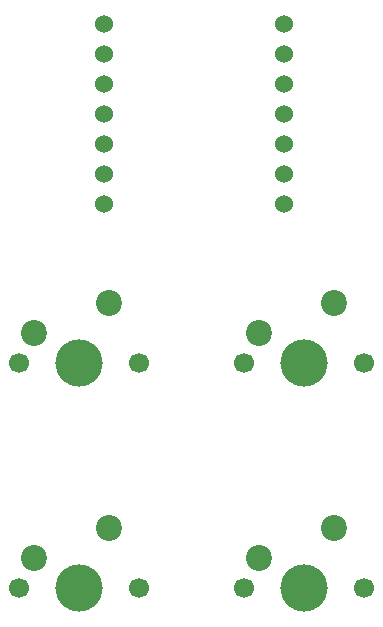
<source format=gbr>
%TF.GenerationSoftware,KiCad,Pcbnew,9.0.6*%
%TF.CreationDate,2025-12-25T21:37:21-05:00*%
%TF.ProjectId,hpad,68706164-2e6b-4696-9361-645f70636258,rev?*%
%TF.SameCoordinates,Original*%
%TF.FileFunction,Soldermask,Bot*%
%TF.FilePolarity,Negative*%
%FSLAX46Y46*%
G04 Gerber Fmt 4.6, Leading zero omitted, Abs format (unit mm)*
G04 Created by KiCad (PCBNEW 9.0.6) date 2025-12-25 21:37:21*
%MOMM*%
%LPD*%
G01*
G04 APERTURE LIST*
%ADD10C,1.524000*%
%ADD11C,1.700000*%
%ADD12C,4.000000*%
%ADD13C,2.200000*%
G04 APERTURE END LIST*
D10*
%TO.C,U1*%
X160660000Y-83300000D03*
X160660000Y-85840000D03*
X160660000Y-88380000D03*
X160660000Y-90920000D03*
X160660000Y-93460000D03*
X160660000Y-96000000D03*
X160660000Y-98540000D03*
X175900000Y-98540000D03*
X175900000Y-96000000D03*
X175900000Y-93460000D03*
X175900000Y-90920000D03*
X175900000Y-88380000D03*
X175900000Y-85840000D03*
X175900000Y-83300000D03*
%TD*%
D11*
%TO.C,SW1*%
X153511250Y-112077500D03*
D12*
X158591250Y-112077500D03*
D11*
X163671250Y-112077500D03*
D13*
X161131250Y-106997500D03*
X154781250Y-109537500D03*
%TD*%
D11*
%TO.C,SW3*%
X153511250Y-131127500D03*
D12*
X158591250Y-131127500D03*
D11*
X163671250Y-131127500D03*
D13*
X161131250Y-126047500D03*
X154781250Y-128587500D03*
%TD*%
D11*
%TO.C,SW4*%
X172561250Y-131127500D03*
D12*
X177641250Y-131127500D03*
D11*
X182721250Y-131127500D03*
D13*
X180181250Y-126047500D03*
X173831250Y-128587500D03*
%TD*%
D11*
%TO.C,SW2*%
X172561250Y-112077500D03*
D12*
X177641250Y-112077500D03*
D11*
X182721250Y-112077500D03*
D13*
X180181250Y-106997500D03*
X173831250Y-109537500D03*
%TD*%
M02*

</source>
